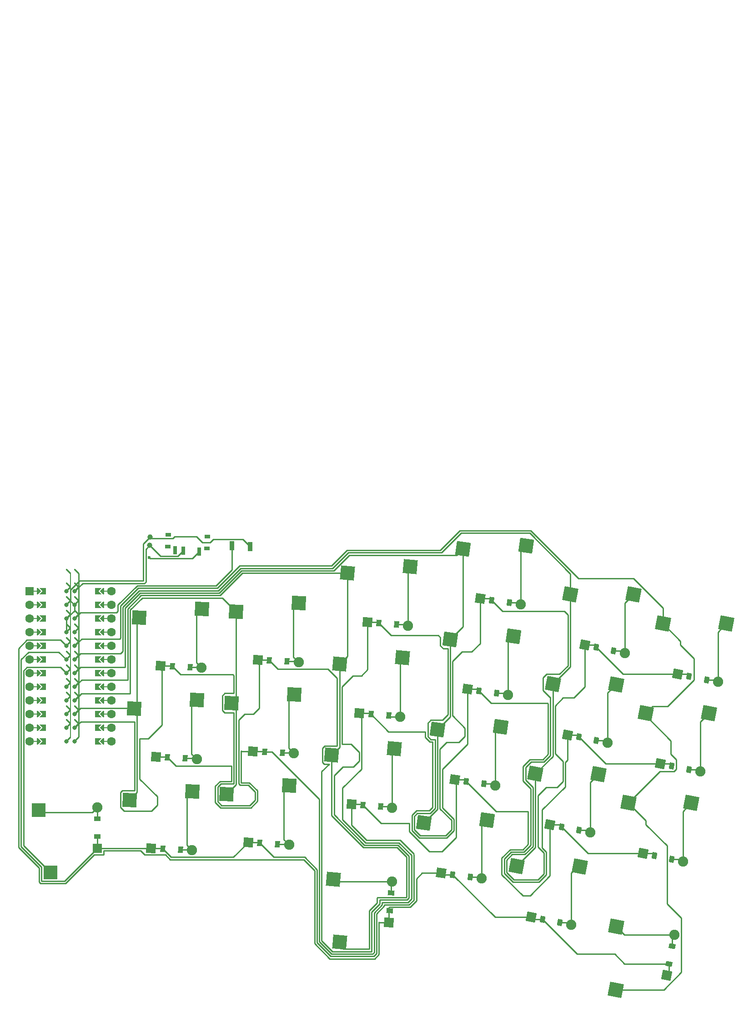
<source format=gbr>
%TF.GenerationSoftware,KiCad,Pcbnew,(6.0.9)*%
%TF.CreationDate,2022-11-07T09:36:57+01:00*%
%TF.ProjectId,itemun,6974656d-756e-42e6-9b69-6361645f7063,v1.0.0*%
%TF.SameCoordinates,Original*%
%TF.FileFunction,Copper,L1,Top*%
%TF.FilePolarity,Positive*%
%FSLAX46Y46*%
G04 Gerber Fmt 4.6, Leading zero omitted, Abs format (unit mm)*
G04 Created by KiCad (PCBNEW (6.0.9)) date 2022-11-07 09:36:57*
%MOMM*%
%LPD*%
G01*
G04 APERTURE LIST*
G04 Aperture macros list*
%AMRotRect*
0 Rectangle, with rotation*
0 The origin of the aperture is its center*
0 $1 length*
0 $2 width*
0 $3 Rotation angle, in degrees counterclockwise*
0 Add horizontal line*
21,1,$1,$2,0,0,$3*%
%AMFreePoly0*
4,1,6,0.600000,0.200000,0.000000,-0.400000,-0.600000,0.200000,-0.600000,0.400000,0.600000,0.400000,0.600000,0.200000,0.600000,0.200000,$1*%
%AMFreePoly1*
4,1,5,0.125000,-0.500000,-0.125000,-0.500000,-0.125000,0.500000,0.125000,0.500000,0.125000,-0.500000,0.125000,-0.500000,$1*%
%AMFreePoly2*
4,1,6,0.600000,-0.250000,-0.600000,-0.250000,-0.600000,1.000000,0.000000,0.400000,0.600000,1.000000,0.600000,-0.250000,0.600000,-0.250000,$1*%
%AMFreePoly3*
4,1,49,0.088388,4.152388,0.854389,3.386388,0.867708,3.368551,0.871189,3.365530,0.871982,3.362827,0.875852,3.357644,0.882333,3.327543,0.891000,3.298000,0.891000,0.766000,0.887805,0.743969,0.888131,0.739371,0.886780,0.736898,0.885852,0.730498,0.869154,0.704638,0.854389,0.677612,0.088388,-0.088388,0.064607,-0.106146,0.062500,-0.108253,0.061385,-0.108552,0.059644,-0.109852,
0.043810,-0.113261,0.000000,-0.125000,-0.004774,-0.123721,-0.009154,-0.124664,-0.028953,-0.117242,-0.062500,-0.108253,-0.068237,-0.102516,-0.075052,-0.099961,-0.087614,-0.083139,-0.108253,-0.062500,-0.111178,-0.051584,-0.117161,-0.043572,-0.118539,-0.024114,-0.125000,0.000000,-0.121239,0.014035,-0.122131,0.026629,-0.113759,0.041953,-0.108253,0.062500,-0.095642,0.075111,-0.088388,0.088388,
0.641000,0.817777,0.641000,3.246223,-0.088388,3.975612,-0.109852,4.004356,-0.124664,4.073154,-0.099961,4.139052,-0.043572,4.181161,0.026629,4.186131,0.088388,4.152388,0.088388,4.152388,$1*%
%AMFreePoly4*
4,1,49,0.088388,4.152388,0.850389,3.390388,0.863708,3.372551,0.867189,3.369530,0.867982,3.366827,0.871852,3.361644,0.878333,3.331543,0.887000,3.302000,0.887000,0.762000,0.883805,0.739969,0.884131,0.735371,0.882780,0.732898,0.881852,0.726498,0.865154,0.700638,0.850389,0.673612,0.088388,-0.088388,0.064607,-0.106146,0.062500,-0.108253,0.061385,-0.108552,0.059644,-0.109852,
0.043810,-0.113261,0.000000,-0.125000,-0.004774,-0.123721,-0.009154,-0.124664,-0.028953,-0.117242,-0.062500,-0.108253,-0.068237,-0.102516,-0.075052,-0.099961,-0.087614,-0.083139,-0.108253,-0.062500,-0.111178,-0.051584,-0.117161,-0.043572,-0.118539,-0.024114,-0.125000,0.000000,-0.121239,0.014035,-0.122131,0.026629,-0.113759,0.041953,-0.108253,0.062500,-0.095642,0.075111,-0.088388,0.088388,
0.637000,0.813777,0.637000,3.250223,-0.088388,3.975612,-0.109852,4.004356,-0.124664,4.073154,-0.099961,4.139052,-0.043572,4.181161,0.026629,4.186131,0.088388,4.152388,0.088388,4.152388,$1*%
G04 Aperture macros list end*
%TA.AperFunction,SMDPad,CuDef*%
%ADD10RotRect,2.600000X2.600000X357.000000*%
%TD*%
%TA.AperFunction,ComponentPad*%
%ADD11C,1.000000*%
%TD*%
%TA.AperFunction,SMDPad,CuDef*%
%ADD12RotRect,2.600000X2.600000X349.000000*%
%TD*%
%TA.AperFunction,ComponentPad*%
%ADD13C,1.905000*%
%TD*%
%TA.AperFunction,SMDPad,CuDef*%
%ADD14RotRect,0.900000X1.200000X79.000000*%
%TD*%
%TA.AperFunction,ComponentPad*%
%ADD15RotRect,1.778000X1.778000X79.000000*%
%TD*%
%TA.AperFunction,SMDPad,CuDef*%
%ADD16R,2.600000X2.600000*%
%TD*%
%TA.AperFunction,SMDPad,CuDef*%
%ADD17RotRect,0.900000X1.200000X349.000000*%
%TD*%
%TA.AperFunction,ComponentPad*%
%ADD18RotRect,1.778000X1.778000X349.000000*%
%TD*%
%TA.AperFunction,SMDPad,CuDef*%
%ADD19RotRect,2.600000X2.600000X352.000000*%
%TD*%
%TA.AperFunction,SMDPad,CuDef*%
%ADD20RotRect,0.900000X1.200000X357.000000*%
%TD*%
%TA.AperFunction,ComponentPad*%
%ADD21RotRect,1.778000X1.778000X357.000000*%
%TD*%
%TA.AperFunction,SMDPad,CuDef*%
%ADD22RotRect,2.600000X2.600000X79.000000*%
%TD*%
%TA.AperFunction,SMDPad,CuDef*%
%ADD23R,1.000000X0.800000*%
%TD*%
%TA.AperFunction,SMDPad,CuDef*%
%ADD24R,0.700000X1.500000*%
%TD*%
%TA.AperFunction,SMDPad,CuDef*%
%ADD25R,0.900000X1.700000*%
%TD*%
%TA.AperFunction,SMDPad,CuDef*%
%ADD26RotRect,2.600000X2.600000X355.000000*%
%TD*%
%TA.AperFunction,SMDPad,CuDef*%
%ADD27RotRect,0.900000X1.200000X355.000000*%
%TD*%
%TA.AperFunction,ComponentPad*%
%ADD28RotRect,1.778000X1.778000X355.000000*%
%TD*%
%TA.AperFunction,SMDPad,CuDef*%
%ADD29RotRect,2.600000X2.600000X85.000000*%
%TD*%
%TA.AperFunction,SMDPad,CuDef*%
%ADD30RotRect,0.900000X1.200000X352.000000*%
%TD*%
%TA.AperFunction,ComponentPad*%
%ADD31RotRect,1.778000X1.778000X352.000000*%
%TD*%
%TA.AperFunction,SMDPad,CuDef*%
%ADD32RotRect,0.900000X1.200000X85.000000*%
%TD*%
%TA.AperFunction,ComponentPad*%
%ADD33RotRect,1.778000X1.778000X85.000000*%
%TD*%
%TA.AperFunction,SMDPad,CuDef*%
%ADD34R,1.200000X0.900000*%
%TD*%
%TA.AperFunction,ComponentPad*%
%ADD35R,1.778000X1.778000*%
%TD*%
%TA.AperFunction,ComponentPad*%
%ADD36C,1.600000*%
%TD*%
%TA.AperFunction,SMDPad,CuDef*%
%ADD37FreePoly0,270.000000*%
%TD*%
%TA.AperFunction,SMDPad,CuDef*%
%ADD38FreePoly0,90.000000*%
%TD*%
%TA.AperFunction,SMDPad,CuDef*%
%ADD39FreePoly1,90.000000*%
%TD*%
%TA.AperFunction,ComponentPad*%
%ADD40R,1.600000X1.600000*%
%TD*%
%TA.AperFunction,SMDPad,CuDef*%
%ADD41FreePoly1,270.000000*%
%TD*%
%TA.AperFunction,SMDPad,CuDef*%
%ADD42FreePoly2,270.000000*%
%TD*%
%TA.AperFunction,SMDPad,CuDef*%
%ADD43FreePoly3,270.000000*%
%TD*%
%TA.AperFunction,ComponentPad*%
%ADD44C,0.800000*%
%TD*%
%TA.AperFunction,SMDPad,CuDef*%
%ADD45FreePoly4,90.000000*%
%TD*%
%TA.AperFunction,SMDPad,CuDef*%
%ADD46FreePoly2,90.000000*%
%TD*%
%TA.AperFunction,ComponentPad*%
%ADD47C,0.600000*%
%TD*%
%TA.AperFunction,Conductor*%
%ADD48C,0.250000*%
%TD*%
G04 APERTURE END LIST*
D10*
%TO.P,S3,1*%
%TO.N,outer_home*%
X41481760Y25318826D03*
%TO.P,S3,2*%
%TO.N,P14*%
X29832449Y23726322D03*
%TD*%
D11*
%TO.P,,1*%
%TO.N,RAW*%
X32701949Y54117795D03*
%TO.P,,2*%
%TO.N,GND*%
X32780453Y55615739D03*
%TD*%
D12*
%TO.P,S22,1*%
%TO.N,shift_first*%
X112751933Y-5634440D03*
%TO.P,S22,2*%
%TO.N,P20*%
X100994359Y-5590176D03*
%TD*%
D10*
%TO.P,S4,1*%
%TO.N,outer_top*%
X42371471Y42295529D03*
%TO.P,S4,2*%
%TO.N,P14*%
X30722160Y40703025D03*
%TD*%
D13*
%TO.P,D23,1*%
%TO.N,e_first*%
X130370534Y-18370220D03*
D14*
%TO.N,P2*%
X129328717Y-23729905D03*
D15*
%TO.P,D23,2*%
X128916570Y-25850220D03*
D14*
%TO.N,e_first*%
X129958387Y-20490535D03*
%TD*%
D16*
%TO.P,S1,1*%
%TO.N,outouter_bottom*%
X11981505Y4843803D03*
%TO.P,S1,2*%
%TO.N,P4*%
X14181505Y-6706197D03*
%TD*%
D10*
%TO.P,S5,1*%
%TO.N,pinkie_bottom*%
X58672052Y9397336D03*
%TO.P,S5,2*%
%TO.N,P15*%
X47022741Y7804832D03*
%TD*%
D13*
%TO.P,D16,1*%
%TO.N,index_top*%
X121186939Y34097063D03*
D17*
%TO.N,P16*%
X115827254Y35138880D03*
D18*
%TO.P,D16,2*%
X113706939Y35551027D03*
D17*
%TO.N,index_top*%
X119066624Y34509210D03*
%TD*%
D19*
%TO.P,S21,1*%
%TO.N,alt_first*%
X95483212Y3032805D03*
%TO.P,S21,2*%
%TO.N,P19*%
X83739435Y2461665D03*
%TD*%
D12*
%TO.P,S18,1*%
%TO.N,inner_home*%
X136795046Y22862484D03*
%TO.P,S18,2*%
%TO.N,P21*%
X125037472Y22906748D03*
%TD*%
D20*
%TO.P,D5,1*%
%TO.N,P3*%
X53180722Y-1279903D03*
D13*
%TO.N,pinkie_bottom*%
X58633240Y-1565657D03*
D20*
%TO.P,D5,2*%
X56476200Y-1452611D03*
D21*
%TO.N,P3*%
X51023682Y-1166857D03*
%TD*%
D22*
%TO.P,S23,1*%
%TO.N,e_first*%
X119519635Y-16806032D03*
%TO.P,S23,2*%
%TO.N,P21*%
X119475371Y-28563606D03*
%TD*%
D23*
%TO.P,,*%
%TO.N,*%
X43451445Y55737429D03*
X36045787Y53912510D03*
X43335783Y53530458D03*
X36161450Y56119481D03*
D24*
%TO.P,,1*%
%TO.N,pos*%
X41903683Y52954619D03*
%TO.P,,2*%
%TO.N,RAW*%
X38907794Y53111627D03*
%TO.P,,3*%
%TO.N,N/C*%
X37409850Y53190131D03*
%TD*%
D25*
%TO.P,,1*%
%TO.N,RST*%
X48020233Y54066027D03*
%TO.P,,2*%
%TO.N,GND*%
X51415573Y53888085D03*
%TD*%
D13*
%TO.P,D2,1*%
%TO.N,outer_bottom*%
X40553237Y-2620868D03*
D20*
%TO.N,P3*%
X35100719Y-2335114D03*
%TO.P,D2,2*%
%TO.N,outer_bottom*%
X38396197Y-2507822D03*
D21*
%TO.N,P3*%
X32943679Y-2222068D03*
%TD*%
D19*
%TO.P,S12,1*%
%TO.N,middle_home*%
X100370575Y37213614D03*
%TO.P,S12,2*%
%TO.N,P19*%
X88626798Y36642474D03*
%TD*%
D12*
%TO.P,S15,1*%
%TO.N,index_home*%
X119507374Y28260300D03*
%TO.P,S15,2*%
%TO.N,P20*%
X107749800Y28304564D03*
%TD*%
D20*
%TO.P,D3,1*%
%TO.N,P10*%
X35990430Y14641588D03*
D13*
%TO.N,outer_home*%
X41442948Y14355834D03*
D20*
%TO.P,D3,2*%
X39285908Y14468880D03*
D21*
%TO.N,P10*%
X33833390Y14754634D03*
%TD*%
D26*
%TO.P,S10,1*%
%TO.N,ring_top*%
X81227199Y50134087D03*
%TO.P,S10,2*%
%TO.N,P18*%
X69529408Y48949108D03*
%TD*%
D20*
%TO.P,D7,1*%
%TO.N,P16*%
X54960145Y32673502D03*
D13*
%TO.N,pinkie_top*%
X60412663Y32387748D03*
D21*
%TO.P,D7,2*%
%TO.N,P16*%
X52803105Y32786548D03*
D20*
%TO.N,pinkie_top*%
X58255623Y32500794D03*
%TD*%
D13*
%TO.P,D9,1*%
%TO.N,ring_home*%
X79324161Y22243818D03*
D27*
%TO.N,P10*%
X73884938Y22719688D03*
%TO.P,D9,2*%
%TO.N,ring_home*%
X77172380Y22432074D03*
D28*
%TO.N,P10*%
X71733157Y22907944D03*
%TD*%
D12*
%TO.P,S16,1*%
%TO.N,index_top*%
X122751127Y44947962D03*
%TO.P,S16,2*%
%TO.N,P20*%
X110993553Y44992226D03*
%TD*%
D10*
%TO.P,S6,1*%
%TO.N,pinkie_home*%
X59561764Y26374038D03*
%TO.P,S6,2*%
%TO.N,P15*%
X47912453Y24781534D03*
%TD*%
%TO.P,S7,1*%
%TO.N,pinkie_top*%
X60451475Y43350740D03*
%TO.P,S7,2*%
%TO.N,P15*%
X48802164Y41758236D03*
%TD*%
D20*
%TO.P,D4,1*%
%TO.N,P16*%
X36880141Y31618290D03*
D13*
%TO.N,outer_top*%
X42332659Y31332536D03*
D20*
%TO.P,D4,2*%
X40175619Y31445582D03*
D21*
%TO.N,P16*%
X34723101Y31731336D03*
%TD*%
D29*
%TO.P,S20,1*%
%TO.N,ctrl_first*%
X66879863Y-8011723D03*
%TO.P,S20,2*%
%TO.N,P18*%
X68064842Y-19709514D03*
%TD*%
D13*
%TO.P,D18,1*%
%TO.N,inner_home*%
X135230858Y12011584D03*
D17*
%TO.N,P10*%
X129871173Y13053401D03*
%TO.P,D18,2*%
%TO.N,inner_home*%
X133110543Y12423731D03*
D18*
%TO.N,P10*%
X127750858Y13465548D03*
%TD*%
D12*
%TO.P,S17,1*%
%TO.N,inner_bottom*%
X133551293Y6174822D03*
%TO.P,S17,2*%
%TO.N,P21*%
X121793719Y6219086D03*
%TD*%
D30*
%TO.P,D21,1*%
%TO.N,P2*%
X89082196Y-7125202D03*
D13*
%TO.N,alt_first*%
X94489059Y-7885088D03*
D31*
%TO.P,D21,2*%
%TO.N,P2*%
X86943217Y-6824588D03*
D30*
%TO.N,alt_first*%
X92350080Y-7584474D03*
%TD*%
D27*
%TO.P,D8,1*%
%TO.N,P3*%
X72403290Y5784378D03*
D13*
%TO.N,ring_bottom*%
X77842513Y5308508D03*
D27*
%TO.P,D8,2*%
X75690732Y5496764D03*
D28*
%TO.N,P3*%
X70251509Y5972634D03*
%TD*%
D13*
%TO.P,D13,1*%
%TO.N,middle_top*%
X101742365Y43130277D03*
D30*
%TO.N,P16*%
X96335502Y43890163D03*
D31*
%TO.P,D13,2*%
X94196523Y44190777D03*
D30*
%TO.N,middle_top*%
X99603386Y43430891D03*
%TD*%
D13*
%TO.P,D22,1*%
%TO.N,shift_first*%
X111187745Y-16485340D03*
D17*
%TO.N,P2*%
X105828060Y-15443523D03*
D18*
%TO.P,D22,2*%
X103707745Y-15031376D03*
D17*
%TO.N,shift_first*%
X109067430Y-16073193D03*
%TD*%
D13*
%TO.P,D11,1*%
%TO.N,middle_bottom*%
X97010479Y9461163D03*
D30*
%TO.N,P3*%
X91603616Y10221049D03*
%TO.P,D11,2*%
%TO.N,middle_bottom*%
X94871500Y9761777D03*
D31*
%TO.N,P3*%
X89464637Y10521663D03*
%TD*%
D13*
%TO.P,D19,1*%
%TO.N,inner_top*%
X138474611Y28699246D03*
D17*
%TO.N,P16*%
X133114926Y29741063D03*
%TO.P,D19,2*%
%TO.N,inner_top*%
X136354296Y29111393D03*
D18*
%TO.N,P16*%
X130994611Y30153210D03*
%TD*%
D32*
%TO.P,D20,1*%
%TO.N,P2*%
X77358952Y-13872336D03*
D13*
%TO.N,ctrl_first*%
X77834822Y-8433113D03*
D32*
%TO.P,D20,2*%
X77646566Y-10584894D03*
D33*
%TO.N,P2*%
X77170696Y-16024117D03*
%TD*%
D12*
%TO.P,S19,1*%
%TO.N,inner_top*%
X140038799Y39550146D03*
%TO.P,S19,2*%
%TO.N,P21*%
X128281225Y39594410D03*
%TD*%
D13*
%TO.P,D12,1*%
%TO.N,middle_home*%
X99376422Y26295720D03*
D30*
%TO.N,P10*%
X93969559Y27055606D03*
D31*
%TO.P,D12,2*%
X91830580Y27356220D03*
D30*
%TO.N,middle_home*%
X97237443Y26596334D03*
%TD*%
D13*
%TO.P,D1,1*%
%TO.N,outouter_bottom*%
X22931505Y5378803D03*
D34*
%TO.N,P3*%
X22931505Y-81197D03*
D35*
%TO.P,D1,2*%
X22931505Y-2241197D03*
D34*
%TO.N,outouter_bottom*%
X22931505Y3218803D03*
%TD*%
D19*
%TO.P,S11,1*%
%TO.N,middle_bottom*%
X98004632Y20379056D03*
%TO.P,S11,2*%
%TO.N,P19*%
X86260855Y19807916D03*
%TD*%
D17*
%TO.P,D15,1*%
%TO.N,P10*%
X112583501Y18451217D03*
D13*
%TO.N,index_home*%
X117943186Y17409400D03*
D18*
%TO.P,D15,2*%
%TO.N,P10*%
X110463186Y18863364D03*
D17*
%TO.N,index_home*%
X115822871Y17821547D03*
%TD*%
D12*
%TO.P,S14,1*%
%TO.N,index_bottom*%
X116263622Y11572638D03*
%TO.P,S14,2*%
%TO.N,P20*%
X104506048Y11616902D03*
%TD*%
D26*
%TO.P,S9,1*%
%TO.N,ring_home*%
X79745552Y33198777D03*
%TO.P,S9,2*%
%TO.N,P18*%
X68047761Y32013798D03*
%TD*%
D20*
%TO.P,D6,1*%
%TO.N,P10*%
X54070434Y15696800D03*
D13*
%TO.N,pinkie_home*%
X59522952Y15411046D03*
D21*
%TO.P,D6,2*%
%TO.N,P10*%
X51913394Y15809846D03*
D20*
%TO.N,pinkie_home*%
X57365912Y15524092D03*
%TD*%
D26*
%TO.P,S8,1*%
%TO.N,ring_bottom*%
X78263904Y16263467D03*
%TO.P,S8,2*%
%TO.N,P18*%
X66566113Y15078488D03*
%TD*%
D36*
%TO.P,MCU1,*%
%TO.N,*%
X25551505Y17598803D03*
D37*
X23773505Y35378803D03*
D38*
X12089505Y22678803D03*
X12089505Y20138803D03*
X12089505Y35378803D03*
D37*
X23773505Y32838803D03*
D38*
X12089505Y30298803D03*
D36*
X25551505Y45538803D03*
X10311505Y27758803D03*
D39*
X11581505Y45538803D03*
D36*
X25551505Y27758803D03*
D39*
X11581505Y25218803D03*
X11581505Y40458803D03*
D37*
X23773505Y20138803D03*
D36*
X25551505Y37918803D03*
D37*
X23773505Y40458803D03*
X23773505Y42998803D03*
D40*
X10311505Y45538803D03*
D36*
X25551505Y40458803D03*
D37*
X23773505Y37918803D03*
D36*
X10311505Y25218803D03*
D41*
X24281505Y32838803D03*
D36*
X25551505Y22678803D03*
X25551505Y42998803D03*
D41*
X24281505Y37918803D03*
X24281505Y42998803D03*
D37*
X23773505Y45538803D03*
D39*
X11581505Y17598803D03*
D38*
X12089505Y45538803D03*
D41*
X24281505Y35378803D03*
D39*
X11581505Y20138803D03*
D37*
X23773505Y25218803D03*
D39*
X11581505Y27758803D03*
D36*
X10311505Y45538803D03*
D41*
X24281505Y17598803D03*
X24281505Y45538803D03*
X24281505Y27758803D03*
D39*
X11581505Y35378803D03*
D38*
X12089505Y42998803D03*
D36*
X10311505Y17598803D03*
X25551505Y35378803D03*
D37*
X23773505Y22678803D03*
D41*
X24281505Y22678803D03*
D36*
X10311505Y35378803D03*
X10311505Y20138803D03*
X25551505Y30298803D03*
X25551505Y25218803D03*
D39*
X11581505Y42998803D03*
X11581505Y30298803D03*
D37*
X23773505Y17598803D03*
D36*
X10311505Y42998803D03*
X10311505Y40458803D03*
D41*
X24281505Y20138803D03*
D36*
X25551505Y20138803D03*
D41*
X24281505Y40458803D03*
D37*
X23773505Y30298803D03*
D38*
X12089505Y17598803D03*
D41*
X24281505Y25218803D03*
D38*
X12089505Y40458803D03*
X12089505Y27758803D03*
D36*
X25551505Y32838803D03*
D39*
X11581505Y32838803D03*
D36*
X10311505Y37918803D03*
X10311505Y30298803D03*
X10311505Y22678803D03*
D41*
X24281505Y30298803D03*
D38*
X12089505Y37918803D03*
D39*
X11581505Y37918803D03*
D38*
X12089505Y25218803D03*
D37*
X23773505Y27758803D03*
D36*
X10311505Y32838803D03*
D39*
X11581505Y22678803D03*
D38*
X12089505Y32838803D03*
D42*
%TO.P,MCU1,1*%
%TO.N,RAW*%
X22757505Y45538803D03*
D43*
X18693505Y45538803D03*
D44*
X18693505Y45538803D03*
%TO.P,MCU1,2*%
%TO.N,GND*%
X18693505Y42998803D03*
D42*
X22757505Y42998803D03*
D43*
X18693505Y42998803D03*
D42*
%TO.P,MCU1,3*%
%TO.N,RST*%
X22757505Y40458803D03*
D44*
X18693505Y40458803D03*
D43*
X18693505Y40458803D03*
D44*
%TO.P,MCU1,4*%
%TO.N,VCC*%
X18693505Y37918803D03*
D43*
X18693505Y37918803D03*
D42*
X22757505Y37918803D03*
D44*
%TO.P,MCU1,5*%
%TO.N,P21*%
X18693505Y35378803D03*
D43*
X18693505Y35378803D03*
D42*
X22757505Y35378803D03*
D44*
%TO.P,MCU1,6*%
%TO.N,P20*%
X18693505Y32838803D03*
D42*
X22757505Y32838803D03*
D43*
X18693505Y32838803D03*
D42*
%TO.P,MCU1,7*%
%TO.N,P19*%
X22757505Y30298803D03*
D44*
X18693505Y30298803D03*
D43*
X18693505Y30298803D03*
D44*
%TO.P,MCU1,8*%
%TO.N,P18*%
X18693505Y27758803D03*
D43*
X18693505Y27758803D03*
D42*
X22757505Y27758803D03*
D44*
%TO.P,MCU1,9*%
%TO.N,P15*%
X18693505Y25218803D03*
D43*
X18693505Y25218803D03*
D42*
X22757505Y25218803D03*
D44*
%TO.P,MCU1,10*%
%TO.N,P14*%
X18693505Y22678803D03*
D43*
X18693505Y22678803D03*
D42*
X22757505Y22678803D03*
D44*
%TO.P,MCU1,11*%
%TO.N,P16*%
X18693505Y20138803D03*
D43*
X18693505Y20138803D03*
D42*
X22757505Y20138803D03*
D44*
%TO.P,MCU1,12*%
%TO.N,P10*%
X18693505Y17598803D03*
D43*
X18693505Y17598803D03*
D42*
X22757505Y17598803D03*
D45*
%TO.P,MCU1,13*%
%TO.N,P9*%
X17169505Y17598803D03*
D46*
X13105505Y17598803D03*
D44*
X17169505Y17598803D03*
D46*
%TO.P,MCU1,14*%
%TO.N,P8*%
X13105505Y20138803D03*
D44*
X17169505Y20138803D03*
D45*
X17169505Y20138803D03*
%TO.P,MCU1,15*%
%TO.N,P7*%
X17169505Y22678803D03*
D44*
X17169505Y22678803D03*
D46*
X13105505Y22678803D03*
%TO.P,MCU1,16*%
%TO.N,P6*%
X13105505Y25218803D03*
D44*
X17169505Y25218803D03*
D45*
X17169505Y25218803D03*
D44*
%TO.P,MCU1,17*%
%TO.N,P5*%
X17169505Y27758803D03*
D45*
X17169505Y27758803D03*
D46*
X13105505Y27758803D03*
D44*
%TO.P,MCU1,18*%
%TO.N,P4*%
X17169505Y30298803D03*
D46*
X13105505Y30298803D03*
D45*
X17169505Y30298803D03*
D46*
%TO.P,MCU1,19*%
%TO.N,P3*%
X13105505Y32838803D03*
D45*
X17169505Y32838803D03*
D44*
X17169505Y32838803D03*
D45*
%TO.P,MCU1,20*%
%TO.N,P2*%
X17169505Y35378803D03*
D46*
X13105505Y35378803D03*
D44*
X17169505Y35378803D03*
D46*
%TO.P,MCU1,21*%
%TO.N,GND*%
X13105505Y37918803D03*
D45*
X17169505Y37918803D03*
D44*
X17169505Y37918803D03*
%TO.P,MCU1,22*%
X17169505Y40458803D03*
D45*
X17169505Y40458803D03*
D46*
X13105505Y40458803D03*
%TO.P,MCU1,23*%
%TO.N,P0*%
X13105505Y42998803D03*
D44*
X17169505Y42998803D03*
D45*
X17169505Y42998803D03*
D46*
%TO.P,MCU1,24*%
%TO.N,P1*%
X13105505Y45538803D03*
D44*
X17169505Y45538803D03*
D45*
X17169505Y45538803D03*
%TD*%
D19*
%TO.P,S13,1*%
%TO.N,middle_top*%
X102736517Y54048171D03*
%TO.P,S13,2*%
%TO.N,P19*%
X90992740Y53477031D03*
%TD*%
D13*
%TO.P,D14,1*%
%TO.N,index_bottom*%
X114699434Y721738D03*
D17*
%TO.N,P3*%
X109339749Y1763555D03*
%TO.P,D14,2*%
%TO.N,index_bottom*%
X112579119Y1133885D03*
D18*
%TO.N,P3*%
X107219434Y2175702D03*
%TD*%
D10*
%TO.P,S2,1*%
%TO.N,outer_bottom*%
X40592049Y8342124D03*
%TO.P,S2,2*%
%TO.N,P14*%
X28942738Y6749620D03*
%TD*%
D27*
%TO.P,D10,1*%
%TO.N,P16*%
X75366586Y39654998D03*
D13*
%TO.N,ring_top*%
X80805809Y39179128D03*
D28*
%TO.P,D10,2*%
%TO.N,P16*%
X73214805Y39843254D03*
D27*
%TO.N,ring_top*%
X78654028Y39367384D03*
%TD*%
D13*
%TO.P,D17,1*%
%TO.N,inner_bottom*%
X131987105Y-4676078D03*
D17*
%TO.N,P3*%
X126627420Y-3634261D03*
D18*
%TO.P,D17,2*%
X124507105Y-3222114D03*
D17*
%TO.N,inner_bottom*%
X129866790Y-4263931D03*
%TD*%
D47*
%TO.P,REF\u002A\u002A,1*%
%TO.N,pos*%
X32584193Y51870878D03*
%TD*%
D48*
%TO.N,outer_top*%
X41380159Y41304217D02*
X42371471Y42295529D01*
X41380159Y32285036D02*
X41380159Y41304217D01*
X42332659Y31332536D02*
X41380159Y32285036D01*
X42219613Y31445582D02*
X42332659Y31332536D01*
X40175619Y31445582D02*
X42219613Y31445582D01*
X40288665Y31332536D02*
X40175619Y31445582D01*
%TO.N,outouter_bottom*%
X22931505Y5378803D02*
X21979005Y4426303D01*
X21979005Y4426303D02*
X12399005Y4426303D01*
X12399005Y4426303D02*
X11981505Y4843803D01*
X22931505Y3218803D02*
X22931505Y5378803D01*
%TO.N,P4*%
X14181505Y-6706197D02*
X9186505Y-1711197D01*
X9845514Y31423803D02*
X16044505Y31423803D01*
X9186505Y30764794D02*
X9845514Y31423803D01*
X9186505Y-1711197D02*
X9186505Y30764794D01*
X16044505Y31423803D02*
X17169505Y30298803D01*
%TO.N,P3*%
X10120911Y34239200D02*
X15769108Y34239200D01*
X97201865Y4622800D02*
X103098600Y4622800D01*
X8736505Y-1897593D02*
X8736505Y32854794D01*
X103156048Y-1519299D02*
X102182077Y-2493270D01*
X73050788Y-758200D02*
X70251509Y2041079D01*
X103098600Y4622800D02*
X103156048Y4565352D01*
X36663973Y-3898368D02*
X48292171Y-3898368D01*
X32943679Y-2222068D02*
X34987673Y-2222068D01*
X126215273Y-3222114D02*
X126627420Y-3634261D01*
X70251509Y2041079D02*
X70251509Y5972634D01*
X107219434Y-7317865D02*
X107219434Y2175702D01*
X81857000Y-11500396D02*
X81857000Y-11873188D01*
X16841505Y-8331197D02*
X12556505Y-8331197D01*
X70251509Y5972634D02*
X72215034Y5972634D01*
X87128253Y-2863947D02*
X84757937Y-2863947D01*
X99806623Y-2493270D02*
X98245192Y-4054701D01*
X79296396Y-758200D02*
X73050788Y-758200D01*
X81857000Y-11873188D02*
X80969713Y-12760475D01*
X81046161Y847829D02*
X81046161Y2387600D01*
X35100719Y-2335114D02*
X36663973Y-3898368D01*
X12556505Y-8331197D02*
X12556505Y-5717593D01*
X22931505Y-81197D02*
X22931505Y-2241197D01*
X76403200Y-12954893D02*
X74910330Y-14447763D01*
X91603616Y10221049D02*
X97201865Y4622800D01*
X89464637Y10521663D02*
X89757564Y10228736D01*
X81046161Y2387600D02*
X75800068Y2387600D01*
X15769108Y34239200D02*
X17169505Y32838803D01*
X48292171Y-3898368D02*
X51023682Y-1166857D01*
X74381192Y-22344800D02*
X66377610Y-22344800D01*
X63819427Y-6197600D02*
X61520195Y-3898368D01*
X114325418Y-3222114D02*
X124507105Y-3222114D01*
X53067676Y-1166857D02*
X53180722Y-1279903D01*
X103156048Y4565352D02*
X103156048Y-1519299D01*
X89757564Y10228736D02*
X89757564Y-234636D01*
X107219434Y2175702D02*
X108927602Y2175702D01*
X84757937Y-2863947D02*
X81046161Y847829D01*
X75800068Y2387600D02*
X72403290Y5784378D01*
X34987673Y-2222068D02*
X35100719Y-2335114D01*
X102146215Y-11026674D02*
X103510625Y-11026674D01*
X81882400Y-3454400D02*
X81882400Y-11474996D01*
X12556505Y-5717593D02*
X8736505Y-1897593D01*
X80969713Y-12760475D02*
X76403200Y-12760475D01*
X32924550Y-2241197D02*
X32943679Y-2222068D01*
X63819427Y-19786617D02*
X63819427Y-6197600D01*
X103510625Y-11026674D02*
X107219434Y-7317865D01*
X124507105Y-3222114D02*
X126215273Y-3222114D01*
X66377610Y-22344800D02*
X63819427Y-19786617D01*
X51023682Y-1166857D02*
X53067676Y-1166857D01*
X74910330Y-21815662D02*
X74381192Y-22344800D01*
X22931505Y-2241197D02*
X32924550Y-2241197D01*
X22931505Y-2241197D02*
X16841505Y-8331197D01*
X102182077Y-2493270D02*
X99806623Y-2493270D01*
X55799187Y-3898368D02*
X53180722Y-1279903D01*
X109339749Y1763555D02*
X114325418Y-3222114D01*
X8736505Y32854794D02*
X10120911Y34239200D01*
X76403200Y-12760475D02*
X76403200Y-12954893D01*
X74910330Y-14447763D02*
X74910330Y-21815662D01*
X98245192Y-4054701D02*
X98245192Y-7125651D01*
X81842600Y-3304404D02*
X79296396Y-758200D01*
X98245192Y-7125651D02*
X102146215Y-11026674D01*
X72215034Y5972634D02*
X72403290Y5784378D01*
X89757564Y-234636D02*
X87128253Y-2863947D01*
X61520195Y-3898368D02*
X55799187Y-3898368D01*
X89464637Y10521663D02*
X91303002Y10521663D01*
X91303002Y10521663D02*
X91603616Y10221049D01*
X108927602Y2175702D02*
X109339749Y1763555D01*
X81882400Y-11474996D02*
X81857000Y-11500396D01*
%TO.N,outer_bottom*%
X40440191Y-2507822D02*
X40553237Y-2620868D01*
X39600737Y-1668368D02*
X39600737Y7350812D01*
X39600737Y7350812D02*
X40592049Y8342124D01*
X40553237Y-2620868D02*
X39600737Y-1668368D01*
X38396197Y-2507822D02*
X40440191Y-2507822D01*
%TO.N,P14*%
X30722160Y40703025D02*
X30338249Y40319114D01*
X19818505Y23803803D02*
X18693505Y22678803D01*
X30338249Y40319114D02*
X30338249Y8145131D01*
X29754968Y23803803D02*
X19818505Y23803803D01*
X29832449Y23726322D02*
X29754968Y23803803D01*
X30338249Y8145131D02*
X28942738Y6749620D01*
%TO.N,outer_home*%
X41442948Y14355834D02*
X40490448Y15308334D01*
X39285908Y14468880D02*
X41329902Y14468880D01*
X40490448Y15308334D02*
X40490448Y24327514D01*
X41329902Y14468880D02*
X41442948Y14355834D01*
X40490448Y24327514D02*
X41481760Y25318826D01*
%TO.N,P10*%
X117569170Y13465548D02*
X127750858Y13465548D01*
X51519796Y5290400D02*
X52748600Y6519204D01*
X72864392Y-1208200D02*
X68605400Y3050792D01*
X81407000Y-3632200D02*
X81432400Y-3606800D01*
X79110000Y-1208200D02*
X72864392Y-1208200D01*
X106849800Y15233446D02*
X105871279Y14254925D01*
X84844259Y17551400D02*
X85344000Y17551400D01*
X84017581Y18378078D02*
X84844259Y17551400D01*
X49702164Y15875000D02*
X49767318Y15809846D01*
X64269427Y6856019D02*
X64269427Y-19600221D01*
X37553684Y13078334D02*
X47856266Y13078334D01*
X89307564Y3145087D02*
X87160855Y5291796D01*
X106534189Y-2948345D02*
X105742522Y-2156678D01*
X35990430Y14641588D02*
X37553684Y13078334D01*
X73696682Y22907944D02*
X73884938Y22719688D01*
X102206881Y10255171D02*
X103606048Y8856004D01*
X85344000Y17551400D02*
X85360855Y17534545D01*
X105742522Y4900612D02*
X110045878Y9203968D01*
X81496161Y1034225D02*
X82849514Y-319128D01*
X110463186Y18863364D02*
X112171354Y18863364D01*
X53957388Y15809846D02*
X54070434Y15696800D01*
X112171354Y18863364D02*
X112583501Y18451217D01*
X74460330Y-14261367D02*
X75946000Y-12775697D01*
X72153652Y12517148D02*
X72153652Y22487449D01*
X68605400Y3050792D02*
X68605400Y8968896D01*
X77148226Y19456400D02*
X84017581Y19456400D01*
X93969559Y27055606D02*
X96285565Y24739600D01*
X85360855Y17534545D02*
X85360855Y5377651D01*
X89307564Y1042826D02*
X89307564Y3145087D01*
X98695192Y-4241097D02*
X98695192Y-6939255D01*
X72153652Y22487449D02*
X71733157Y22907944D01*
X51256299Y9958433D02*
X49702998Y9958433D01*
X103606048Y8856004D02*
X103606048Y-1705695D01*
X99993019Y-2943270D02*
X98695192Y-4241097D01*
X105742522Y-2156678D02*
X105742522Y4900612D01*
X103495825Y14254925D02*
X102206881Y12965981D01*
X96285565Y24739600D02*
X106781600Y24739600D01*
X75946000Y-12310475D02*
X80783317Y-12310475D01*
X49702164Y9959267D02*
X49702164Y15875000D01*
X84721002Y4737798D02*
X82344854Y4737798D01*
X100296013Y-8540076D02*
X105172235Y-8540076D01*
X81496161Y3889105D02*
X81496161Y1034225D01*
X74194796Y-21894800D02*
X74460330Y-21629266D01*
X87160855Y5291796D02*
X87160855Y12471400D01*
X49767318Y15809846D02*
X51913394Y15809846D01*
X110045878Y13741400D02*
X110463186Y14158708D01*
X82849514Y-319128D02*
X87945610Y-319128D01*
X91830580Y27356220D02*
X93668945Y27356220D01*
X47856266Y13078334D02*
X47902164Y13032436D01*
X33833390Y14754634D02*
X35877384Y14754634D01*
X49702998Y9958433D02*
X49702164Y9959267D01*
X82344854Y4737798D02*
X81496161Y3889105D01*
X52748600Y6519204D02*
X52748600Y8466133D01*
X93668945Y27356220D02*
X93969559Y27055606D01*
X47902164Y10229000D02*
X45754455Y10229000D01*
X73884938Y22719688D02*
X77148226Y19456400D01*
X87945610Y-319128D02*
X89307564Y1042826D01*
X45754455Y10229000D02*
X44881486Y9356031D01*
X105871279Y14254925D02*
X103495825Y14254925D01*
X105172235Y-8540076D02*
X106534189Y-7178122D01*
X127750858Y13465548D02*
X129459026Y13465548D01*
X64269427Y-19600221D02*
X66564006Y-21894800D01*
X52748600Y8466133D02*
X51256299Y9958433D01*
X102206881Y12965981D02*
X102206881Y10255171D01*
X129459026Y13465548D02*
X129871173Y13053401D01*
X66564006Y-21894800D02*
X74194796Y-21894800D01*
X84017581Y19456400D02*
X84017581Y18378078D01*
X103606048Y-1705695D02*
X102368473Y-2943270D01*
X110045878Y9203968D02*
X110045878Y13741400D01*
X44881486Y9356031D02*
X44881486Y6253633D01*
X55428646Y15696800D02*
X64269427Y6856019D01*
X106849800Y24671400D02*
X106849800Y15233446D01*
X81407000Y-11686792D02*
X81407000Y-3632200D01*
X102368473Y-2943270D02*
X99993019Y-2943270D01*
X85360855Y5377651D02*
X84721002Y4737798D01*
X74460330Y-21629266D02*
X74460330Y-14261367D01*
X98695192Y-6939255D02*
X100296013Y-8540076D01*
X71733157Y22907944D02*
X73696682Y22907944D01*
X106534189Y-7178122D02*
X106534189Y-2948345D01*
X75946000Y-12775697D02*
X75946000Y-12310475D01*
X106781600Y24739600D02*
X106849800Y24671400D01*
X45844719Y5290400D02*
X51519796Y5290400D01*
X47902164Y13032436D02*
X47902164Y10229000D01*
X68605400Y8968896D02*
X72153652Y12517148D01*
X81432400Y-3606800D02*
X81432400Y-3530600D01*
X35877384Y14754634D02*
X35990430Y14641588D01*
X44881486Y6253633D02*
X45844719Y5290400D01*
X110463186Y14158708D02*
X110463186Y18863364D01*
X54070434Y15696800D02*
X55428646Y15696800D01*
X80783317Y-12310475D02*
X81407000Y-11686792D01*
X87160855Y12471400D02*
X91830580Y17141125D01*
X81432400Y-3530600D02*
X79110000Y-1208200D01*
X91830580Y17141125D02*
X91830580Y27356220D01*
X112583501Y18451217D02*
X117569170Y13465548D01*
X51913394Y15809846D02*
X53957388Y15809846D01*
%TO.N,P16*%
X86710855Y16225855D02*
X86710855Y5105400D01*
X83035910Y130872D02*
X81946161Y1220621D01*
X106491540Y9117002D02*
X108497528Y9117002D01*
X48352164Y9779000D02*
X48352164Y22987000D01*
X34723101Y31731336D02*
X34977962Y31476475D01*
X78900996Y-1658200D02*
X80942600Y-3699804D01*
X34088251Y5801569D02*
X32989901Y4703219D01*
X108937527Y30128687D02*
X108912483Y30153731D01*
X80596921Y-11860475D02*
X75481600Y-11860475D01*
X113706939Y35551027D02*
X115415107Y35551027D01*
X32989901Y4703219D02*
X27933081Y4703219D01*
X46668661Y26593800D02*
X48352164Y26593800D01*
X87360754Y34874200D02*
X88176798Y34874200D01*
X109595878Y13920122D02*
X108199800Y15316200D01*
X104056048Y9093200D02*
X104056048Y-1892091D01*
X85019811Y21601190D02*
X87183990Y21601190D01*
X34977962Y31476475D02*
X34977962Y20673118D01*
X67597761Y16811844D02*
X67597761Y29414072D01*
X132702779Y30153210D02*
X133114926Y29741063D01*
X49252164Y9772871D02*
X49516602Y9508433D01*
X86817200Y35417754D02*
X87360754Y34874200D01*
X89076798Y32536398D02*
X89076798Y22360255D01*
X30788249Y10654873D02*
X34088251Y7354871D01*
X73214805Y39843254D02*
X75178330Y39843254D01*
X84467581Y18564474D02*
X84467581Y21048960D01*
X52298600Y6705600D02*
X51333400Y5740400D01*
X75481600Y-11860475D02*
X75481600Y-12603701D01*
X51069903Y9508433D02*
X52298600Y8279737D01*
X104956048Y-2006600D02*
X104956048Y7581510D01*
X106057675Y13804925D02*
X103682221Y13804925D01*
X50406314Y22735133D02*
X49252164Y21580983D01*
X84467581Y21048960D02*
X85019811Y21601190D01*
X107299800Y25857200D02*
X107299800Y15047050D01*
X72677996Y-1658200D02*
X78900996Y-1658200D01*
X52803105Y32786548D02*
X53057966Y32531687D01*
X87962123Y17477123D02*
X86710855Y16225855D01*
X68645652Y12918052D02*
X67016113Y11288513D01*
X73214805Y39843254D02*
X73214805Y30981217D01*
X92646577Y34311681D02*
X90852081Y34311681D01*
X100179415Y-3393270D02*
X99145192Y-4427493D01*
X19865302Y21310600D02*
X18693505Y20138803D01*
X85810855Y18008600D02*
X85023455Y18008600D01*
X110543553Y41208601D02*
X110543553Y31734713D01*
X105892600Y27137400D02*
X107172800Y25857200D01*
X65183675Y13411200D02*
X64832757Y13762118D01*
X67016113Y11288513D02*
X67016113Y4003683D01*
X106084189Y-6991726D02*
X106084189Y-3134741D01*
X68497761Y17170400D02*
X70148761Y17170400D01*
X107299800Y15047050D02*
X106057675Y13804925D01*
X64832757Y13762118D02*
X64832757Y16394858D01*
X109595878Y10215352D02*
X109595878Y13920122D01*
X89076798Y22360255D02*
X89147504Y22360255D01*
X81946161Y1220621D02*
X81946161Y3702709D01*
X80942600Y-3699804D02*
X80942600Y-11514796D01*
X70148761Y17170400D02*
X71703652Y15615509D01*
X74010330Y-21442870D02*
X66748472Y-21442870D01*
X49516602Y9508433D02*
X51069903Y9508433D01*
X90280634Y17477123D02*
X87962123Y17477123D01*
X102656881Y10441567D02*
X104005248Y9093200D01*
X115415107Y35551027D02*
X115827254Y35138880D01*
X34088251Y7354871D02*
X34088251Y5801569D01*
X104005248Y9093200D02*
X104056048Y9093200D01*
X27559000Y8458200D02*
X29888249Y8458200D01*
X75481600Y-12603701D02*
X74010330Y-14074971D01*
X96034888Y44190777D02*
X96335502Y43890163D01*
X102656881Y12779585D02*
X102656881Y10441567D01*
X94196523Y35861627D02*
X92646577Y34311681D01*
X80942600Y-11514796D02*
X80596921Y-11860475D01*
X110543553Y31734713D02*
X108937527Y30128687D01*
X46221198Y26146337D02*
X46668661Y26593800D01*
X67597761Y29414072D02*
X65901585Y31110248D01*
X98372888Y41852777D02*
X109899377Y41852777D01*
X27251483Y8150683D02*
X27559000Y8458200D01*
X88857564Y1229222D02*
X87759214Y130872D01*
X87759214Y130872D02*
X83035910Y130872D01*
X91378984Y18575473D02*
X90280634Y17477123D01*
X34977962Y20673118D02*
X32415044Y18110200D01*
X86710855Y5105400D02*
X88857564Y2958691D01*
X38443395Y30055036D02*
X36880141Y31618290D01*
X104956048Y7581510D02*
X106491540Y9117002D01*
X87183990Y21601190D02*
X88176798Y22593998D01*
X53057966Y23833483D02*
X51959616Y22735133D01*
X71703652Y14016402D02*
X70605302Y12918052D01*
X99145192Y-4427493D02*
X99145192Y-6752859D01*
X30788249Y18110200D02*
X30788249Y10654873D01*
X29888249Y21310600D02*
X19865302Y21310600D01*
X64719427Y12014514D02*
X66116113Y13411200D01*
X106587117Y30153731D02*
X105892600Y29459214D01*
X65249743Y16811844D02*
X67597761Y16811844D01*
X66116113Y13411200D02*
X65183675Y13411200D01*
X27251483Y5384817D02*
X27251483Y8150683D01*
X53057966Y32531687D02*
X53057966Y23833483D01*
X86817200Y36957000D02*
X86817200Y35417754D01*
X71703652Y15615509D02*
X71703652Y14016402D01*
X90852081Y34311681D02*
X89076798Y32536398D01*
X32415044Y18110200D02*
X30788249Y18110200D01*
X29888249Y8458200D02*
X29888249Y21310600D01*
X46221198Y23416731D02*
X46221198Y26146337D01*
X85810855Y5191255D02*
X85810855Y18008600D01*
X46650929Y22987000D02*
X46221198Y23416731D01*
X45331486Y9169635D02*
X45940851Y9779000D01*
X64719427Y-19413825D02*
X64719427Y12014514D01*
X99145192Y-6752859D02*
X100482409Y-8090076D01*
X82498391Y4254939D02*
X84874539Y4254939D01*
X96335502Y43890163D02*
X98372888Y41852777D01*
X72086950Y29853362D02*
X70533648Y29853362D01*
X52298600Y8279737D02*
X52298600Y6705600D01*
X91378984Y20128775D02*
X91378984Y18575473D01*
X64832757Y16394858D02*
X65249743Y16811844D01*
X106084189Y-3134741D02*
X104956048Y-2006600D01*
X49252164Y21580983D02*
X49252164Y9772871D01*
X109899377Y41852777D02*
X110543553Y41208601D01*
X108199800Y24269172D02*
X109673342Y25742714D01*
X115827254Y35138880D02*
X120812924Y30153210D01*
X108912483Y30153731D02*
X106587117Y30153731D01*
X70533648Y29853362D02*
X68497761Y27817475D01*
X34723101Y31731336D02*
X36767095Y31731336D01*
X70605302Y12918052D02*
X68645652Y12918052D01*
X130994611Y30153210D02*
X132702779Y30153210D01*
X56523399Y31110248D02*
X54960145Y32673502D01*
X54847099Y32786548D02*
X54960145Y32673502D01*
X94196523Y44190777D02*
X96034888Y44190777D01*
X45331486Y6440029D02*
X45331486Y9169635D01*
X100482409Y-8090076D02*
X104985839Y-8090076D01*
X86410800Y37363400D02*
X86817200Y36957000D01*
X77658184Y37363400D02*
X86410800Y37363400D01*
X51959616Y22735133D02*
X50406314Y22735133D01*
X105892600Y29459214D02*
X105892600Y27137400D01*
X75366586Y39654998D02*
X77658184Y37363400D01*
X104056048Y-1892091D02*
X102554869Y-3393270D01*
X67016113Y4003683D02*
X72677996Y-1658200D01*
X89147504Y22360255D02*
X91378984Y20128775D01*
X45940851Y9779000D02*
X48352164Y9779000D01*
X51333400Y5740400D02*
X46031115Y5740400D01*
X27933081Y4703219D02*
X27251483Y5384817D01*
X111679330Y25742714D02*
X113706939Y27770323D01*
X88176798Y34874200D02*
X88176798Y22593998D01*
X74010330Y-14074971D02*
X74010330Y-21442870D01*
X68497761Y27817475D02*
X68497761Y17170400D01*
X66748472Y-21442870D02*
X64719427Y-19413825D01*
X46031115Y5740400D02*
X45331486Y6440029D01*
X107172800Y25857200D02*
X107299800Y25857200D01*
X104985839Y-8090076D02*
X106084189Y-6991726D01*
X88857564Y2958691D02*
X88857564Y1229222D01*
X113706939Y27770323D02*
X113706939Y35551027D01*
X48352164Y22987000D02*
X46650929Y22987000D01*
X108199800Y15316200D02*
X108199800Y24269172D01*
X52803105Y32786548D02*
X54847099Y32786548D01*
X75178330Y39843254D02*
X75366586Y39654998D01*
X81946161Y3702709D02*
X82498391Y4254939D01*
X94196523Y44190777D02*
X94196523Y35861627D01*
X84874539Y4254939D02*
X85810855Y5191255D01*
X48165236Y30055036D02*
X38443395Y30055036D01*
X103682221Y13804925D02*
X102656881Y12779585D01*
X73214805Y30981217D02*
X72086950Y29853362D01*
X48352164Y26593800D02*
X48352164Y29868108D01*
X85023455Y18008600D02*
X84467581Y18564474D01*
X65901585Y31110248D02*
X56523399Y31110248D01*
X48352164Y29868108D02*
X48165236Y30055036D01*
X102554869Y-3393270D02*
X100179415Y-3393270D01*
X120812924Y30153210D02*
X130994611Y30153210D01*
X36767095Y31731336D02*
X36880141Y31618290D01*
X109673342Y25742714D02*
X111679330Y25742714D01*
X108497528Y9117002D02*
X109595878Y10215352D01*
%TO.N,pinkie_bottom*%
X57680740Y8406024D02*
X58672052Y9397336D01*
X56476200Y-1452611D02*
X58520194Y-1452611D01*
X58520194Y-1452611D02*
X58633240Y-1565657D01*
X57680740Y-613157D02*
X57680740Y8406024D01*
X58633240Y-1565657D02*
X57680740Y-613157D01*
%TO.N,P15*%
X19992302Y26517600D02*
X18693505Y25218803D01*
X48802164Y41758236D02*
X46212000Y44348400D01*
X46212000Y44348400D02*
X31292800Y44348400D01*
X48802164Y9584255D02*
X47022741Y7804832D01*
X48802164Y41758236D02*
X48802164Y9584255D01*
X31292800Y44348400D02*
X29030905Y42086505D01*
X28981400Y26517600D02*
X19992302Y26517600D01*
X29030905Y26567105D02*
X28981400Y26517600D01*
X29030905Y42086505D02*
X29030905Y26567105D01*
%TO.N,pinkie_home*%
X59409906Y15524092D02*
X59522952Y15411046D01*
X58570452Y16363546D02*
X58570452Y25382726D01*
X59522952Y15411046D02*
X58570452Y16363546D01*
X58570452Y25382726D02*
X59561764Y26374038D01*
X57365912Y15524092D02*
X59409906Y15524092D01*
%TO.N,pinkie_top*%
X58255623Y32500794D02*
X60299617Y32500794D01*
X60412663Y32387748D02*
X59460163Y33340248D01*
X60299617Y32500794D02*
X60412663Y32387748D01*
X59460163Y42359428D02*
X60451475Y43350740D01*
X59460163Y33340248D02*
X59460163Y42359428D01*
%TO.N,ring_bottom*%
X77654257Y5496764D02*
X77842513Y5308508D01*
X77842513Y5308508D02*
X77842513Y15842076D01*
X77842513Y15842076D02*
X78263904Y16263467D01*
X75690732Y5496764D02*
X77654257Y5496764D01*
%TO.N,P18*%
X69529408Y48949108D02*
X69529408Y33495445D01*
X66566113Y3817287D02*
X72491600Y-2108200D01*
X75031600Y-11480800D02*
X75031600Y-12417305D01*
X75101925Y-11410475D02*
X75031600Y-11480800D01*
X18693505Y27758803D02*
X20017702Y29083000D01*
X66566113Y15078488D02*
X66566113Y3817287D01*
X80492600Y-11328400D02*
X80410525Y-11410475D01*
X28575000Y29083000D02*
X28580905Y29088905D01*
X78714600Y-2108200D02*
X80492600Y-3886200D01*
X45821600Y44798400D02*
X49972308Y48949108D01*
X75031600Y-12417305D02*
X73560330Y-13888575D01*
X68783200Y-20992870D02*
X68064842Y-20274512D01*
X20017702Y29083000D02*
X28575000Y29083000D01*
X73560330Y-13888575D02*
X73560330Y-20992870D01*
X73560330Y-20992870D02*
X68783200Y-20992870D01*
X68064842Y-20274512D02*
X68064842Y-19709514D01*
X68047761Y16560136D02*
X66566113Y15078488D01*
X80410525Y-11410475D02*
X75101925Y-11410475D01*
X28580905Y29088905D02*
X28580905Y42272901D01*
X72491600Y-2108200D02*
X78714600Y-2108200D01*
X69529408Y33495445D02*
X68047761Y32013798D01*
X49972308Y48949108D02*
X69529408Y48949108D01*
X80492600Y-3886200D02*
X80492600Y-11328400D01*
X31106404Y44798400D02*
X45821600Y44798400D01*
X68047761Y32013798D02*
X68047761Y16560136D01*
X28580905Y42272901D02*
X31106404Y44798400D01*
%TO.N,ring_home*%
X79324161Y22243818D02*
X79324161Y32777386D01*
X79324161Y22243818D02*
X77360636Y22243818D01*
X79324161Y32777386D02*
X79745552Y33198777D01*
X77360636Y22243818D02*
X77172380Y22432074D01*
%TO.N,ring_top*%
X80805809Y49712697D02*
X81227199Y50134087D01*
X80617553Y39367384D02*
X80805809Y39179128D01*
X78654028Y39367384D02*
X80617553Y39367384D01*
X80805809Y39179128D02*
X80805809Y49712697D01*
%TO.N,middle_bottom*%
X94871500Y9761777D02*
X96709865Y9761777D01*
X96709865Y9761777D02*
X97010479Y9461163D01*
X97010479Y9461163D02*
X97010479Y19384903D01*
X97010479Y19384903D02*
X98004632Y20379056D01*
%TO.N,P19*%
X19818505Y31423803D02*
X18693505Y30298803D01*
X28130905Y42459297D02*
X28130905Y31427806D01*
X88626798Y22173859D02*
X86260855Y19807916D01*
X86260855Y19807916D02*
X86260855Y4983085D01*
X90992740Y39008416D02*
X88626798Y36642474D01*
X30920008Y45248400D02*
X28130905Y42459297D01*
X88626798Y36642474D02*
X88626798Y22173859D01*
X66929682Y49399108D02*
X49785912Y49399108D01*
X90992740Y53477031D02*
X90992740Y39008416D01*
X28126902Y31423803D02*
X19818505Y31423803D01*
X28130905Y31427806D02*
X28126902Y31423803D01*
X45635204Y45248400D02*
X30920008Y45248400D01*
X69825097Y52294523D02*
X66929682Y49399108D01*
X90992740Y53477031D02*
X89810232Y52294523D01*
X86260855Y4983085D02*
X83739435Y2461665D01*
X89810232Y52294523D02*
X69825097Y52294523D01*
X49785912Y49399108D02*
X45635204Y45248400D01*
%TO.N,middle_home*%
X99075808Y26596334D02*
X99376422Y26295720D01*
X99376422Y26295720D02*
X99376422Y36219461D01*
X97237443Y26596334D02*
X99075808Y26596334D01*
X99376422Y36219461D02*
X100370575Y37213614D01*
%TO.N,middle_top*%
X101441751Y43430891D02*
X101742365Y43130277D01*
X101742365Y53054019D02*
X102736517Y54048171D01*
X99603386Y43430891D02*
X101441751Y43430891D01*
X101742365Y43130277D02*
X101742365Y53054019D01*
%TO.N,index_bottom*%
X112579119Y1133885D02*
X114287287Y1133885D01*
X114699434Y10008450D02*
X116263622Y11572638D01*
X114699434Y721738D02*
X114699434Y10008450D01*
X114287287Y1133885D02*
X114699434Y721738D01*
%TO.N,P20*%
X110993553Y31548317D02*
X107749800Y28304564D01*
X110993553Y44992226D02*
X110993553Y31548317D01*
X107749800Y14860654D02*
X104506048Y11616902D01*
X107749800Y28304564D02*
X107749800Y14860654D01*
X69638701Y52744523D02*
X86995000Y52744523D01*
X86995000Y52744523D02*
X90629441Y56378964D01*
X90629441Y56378964D02*
X103440042Y56378964D01*
X19818505Y33963803D02*
X27250197Y33963803D01*
X27680905Y42645693D02*
X30733612Y45698400D01*
X30733612Y45698400D02*
X45448808Y45698400D01*
X103440042Y56378964D02*
X110993553Y48825453D01*
X49599516Y49849108D02*
X66743286Y49849108D01*
X27250197Y33963803D02*
X27680905Y34394511D01*
X45448808Y45698400D02*
X49599516Y49849108D01*
X18693505Y32838803D02*
X19818505Y33963803D01*
X27680905Y34394511D02*
X27680905Y42645693D01*
X104506048Y11616902D02*
X104506048Y-2078487D01*
X110993553Y48825453D02*
X110993553Y44992226D01*
X66743286Y49849108D02*
X69638701Y52744523D01*
X104506048Y-2078487D02*
X100994359Y-5590176D01*
%TO.N,index_home*%
X117943186Y26696112D02*
X119507374Y28260300D01*
X117531039Y17821547D02*
X117943186Y17409400D01*
X115822871Y17821547D02*
X117531039Y17821547D01*
X117943186Y17409400D02*
X117943186Y26696112D01*
%TO.N,index_top*%
X119066624Y34509210D02*
X120774792Y34509210D01*
X121186939Y34097063D02*
X121186939Y43383774D01*
X120774792Y34509210D02*
X121186939Y34097063D01*
X121186939Y43383774D02*
X122751127Y44947962D01*
%TO.N,inner_bottom*%
X131574958Y-4263931D02*
X131987105Y-4676078D01*
X131987105Y-4676078D02*
X131987105Y4610634D01*
X131987105Y4610634D02*
X133551293Y6174822D01*
X129866790Y-4263931D02*
X131574958Y-4263931D01*
%TO.N,P21*%
X130333039Y12053561D02*
X130752391Y12472913D01*
X86808604Y53194523D02*
X90443045Y56828964D01*
X121793719Y6219086D02*
X127628194Y12053561D01*
X128985572Y-1782372D02*
X125028101Y2175099D01*
X128281225Y42429714D02*
X128281225Y39594410D01*
X127628194Y12053561D02*
X130333039Y12053561D01*
X20017505Y36702803D02*
X27078308Y36702803D01*
X69452305Y53194523D02*
X86808604Y53194523D01*
X45262412Y46148400D02*
X49413120Y50299108D01*
X129736821Y15287167D02*
X129736821Y17738969D01*
X131648034Y-15214434D02*
X128985572Y-12551972D01*
X130752391Y14271597D02*
X129736821Y15287167D01*
X125037472Y22438318D02*
X125037472Y22906748D01*
X129736821Y17738969D02*
X125037472Y22438318D01*
X130752391Y12472913D02*
X130752391Y14271597D01*
X27230905Y36855400D02*
X27230905Y42832089D01*
X131515607Y36298306D02*
X128281225Y39532688D01*
X90443045Y56828964D02*
X103626438Y56828964D01*
X49413120Y50299108D02*
X66556890Y50299108D01*
X103626438Y56828964D02*
X112488732Y47966670D01*
X128281225Y39532688D02*
X128281225Y39594410D01*
X27078308Y36702803D02*
X27230905Y36855400D01*
X129084250Y24156850D02*
X126287574Y24156850D01*
X131515607Y35552412D02*
X131515607Y36298306D01*
X122744270Y47966670D02*
X128281225Y42429714D01*
X128985572Y-12551972D02*
X128985572Y-1782372D01*
X119475371Y-28563606D02*
X128408138Y-28563606D01*
X18693505Y35378803D02*
X20017505Y36702803D01*
X126287574Y24156850D02*
X125037472Y22906748D01*
X121793719Y6157364D02*
X121793719Y6219086D01*
X133996144Y33071875D02*
X131515607Y35552412D01*
X133996144Y29068744D02*
X129084250Y24156850D01*
X66556890Y50299108D02*
X69452305Y53194523D01*
X112488732Y47966670D02*
X122744270Y47966670D01*
X30547216Y46148400D02*
X45262412Y46148400D01*
X131648034Y-25323710D02*
X131648034Y-15214434D01*
X128408138Y-28563606D02*
X131648034Y-25323710D01*
X133996144Y33071875D02*
X133996144Y29068744D01*
X125028101Y2175099D02*
X125028101Y2922982D01*
X27230905Y42832089D02*
X30547216Y46148400D01*
X125028101Y2922982D02*
X121793719Y6157364D01*
%TO.N,inner_home*%
X135230858Y21298296D02*
X136795046Y22862484D01*
X134818711Y12423731D02*
X135230858Y12011584D01*
X133110543Y12423731D02*
X134818711Y12423731D01*
X135230858Y12011584D02*
X135230858Y21298296D01*
%TO.N,inner_top*%
X138474611Y37985958D02*
X140038799Y39550146D01*
X138474611Y28699246D02*
X138474611Y37985958D01*
X136354296Y29111393D02*
X138062464Y29111393D01*
X138062464Y29111393D02*
X138474611Y28699246D01*
%TO.N,ctrl_first*%
X77646566Y-8621369D02*
X77834822Y-8433113D01*
X67301253Y-8433113D02*
X66879863Y-8011723D01*
X77834822Y-8433113D02*
X67301253Y-8433113D01*
X77646566Y-10584894D02*
X77646566Y-8621369D01*
%TO.N,P2*%
X12106505Y-5903989D02*
X12106505Y-8517593D01*
X8286505Y34944794D02*
X8286505Y-2083989D01*
X17169505Y35378803D02*
X16044505Y36503803D01*
X61333799Y-4348368D02*
X63369427Y-6383996D01*
X86943217Y-6824588D02*
X83407212Y-6824588D01*
X119253000Y-21895862D02*
X112280399Y-21895862D01*
X35610585Y-3481376D02*
X36477577Y-4348368D01*
X12106505Y-8517593D02*
X12370109Y-8781197D01*
X16044505Y36503803D02*
X9845514Y36503803D01*
X17027901Y-8781197D02*
X22353901Y-3455197D01*
X96988370Y-15031376D02*
X89082196Y-7125202D01*
X75360330Y-16002000D02*
X75382447Y-16024117D01*
X129328717Y-25438073D02*
X128916570Y-25850220D01*
X82332400Y-12034184D02*
X81156109Y-13210475D01*
X121087043Y-23729905D02*
X119253000Y-21895862D01*
X81156109Y-13210475D02*
X77317600Y-13210475D01*
X82332400Y-7899400D02*
X82332400Y-12034184D01*
X83407212Y-6824588D02*
X82332400Y-7899400D01*
X74567588Y-22794800D02*
X75360330Y-22002058D01*
X87243831Y-7125202D02*
X86943217Y-6824588D01*
X12370109Y-8781197D02*
X17027901Y-8781197D01*
X103707745Y-15031376D02*
X96988370Y-15031376D01*
X24155400Y-2691197D02*
X30983645Y-2691197D01*
X129328717Y-23729905D02*
X129328717Y-25438073D01*
X104119892Y-15443523D02*
X103707745Y-15031376D01*
X9845514Y36503803D02*
X8286505Y34944794D01*
X75382447Y-16024117D02*
X77170696Y-16024117D01*
X129328717Y-23729905D02*
X121087043Y-23729905D01*
X77170696Y-13357379D02*
X77170696Y-16024117D01*
X63369427Y-6383996D02*
X63369427Y-19973013D01*
X75360330Y-22002058D02*
X75360330Y-16002000D01*
X105828060Y-15443523D02*
X104119892Y-15443523D01*
X24155400Y-3445302D02*
X24155400Y-2691197D01*
X66191214Y-22794800D02*
X74567588Y-22794800D01*
X63369427Y-19973013D02*
X66191214Y-22794800D01*
X112280399Y-21895862D02*
X105828060Y-15443523D01*
X22353901Y-3455197D02*
X24145505Y-3455197D01*
X24145505Y-3455197D02*
X24155400Y-3445302D01*
X36477577Y-4348368D02*
X61333799Y-4348368D01*
X31773824Y-3481376D02*
X35610585Y-3481376D01*
X30983645Y-2691197D02*
X31773824Y-3481376D01*
X77317600Y-13210475D02*
X77170696Y-13357379D01*
X8286505Y-2083989D02*
X12106505Y-5903989D01*
X89082196Y-7125202D02*
X87243831Y-7125202D01*
%TO.N,alt_first*%
X94489059Y-7885088D02*
X94489059Y2038652D01*
X92350080Y-7584474D02*
X94188445Y-7584474D01*
X94489059Y2038652D02*
X95483212Y3032805D01*
X94188445Y-7584474D02*
X94489059Y-7885088D01*
%TO.N,shift_first*%
X112348560Y-5634440D02*
X112751933Y-5634440D01*
X111187745Y-16485340D02*
X111187745Y-6795255D01*
X111187745Y-6795255D02*
X112348560Y-5634440D01*
X109067430Y-16073193D02*
X110775598Y-16073193D01*
X110775598Y-16073193D02*
X111187745Y-16485340D01*
%TO.N,e_first*%
X129958387Y-20490535D02*
X129958387Y-18782367D01*
X130370534Y-18370220D02*
X121083823Y-18370220D01*
X121083823Y-18370220D02*
X119519635Y-16806032D01*
X129958387Y-18782367D02*
X130370534Y-18370220D01*
%TO.N,RAW*%
X38907794Y53111627D02*
X37911298Y52115131D01*
X32701949Y54117795D02*
X31959193Y53375039D01*
X34704613Y52115131D02*
X32701949Y54117795D01*
X37911298Y52115131D02*
X34704613Y52115131D01*
X31959193Y47311604D02*
X31695989Y47048400D01*
X31959193Y53375039D02*
X31959193Y47311604D01*
X20203102Y47048400D02*
X18693505Y45538803D01*
X31695989Y47048400D02*
X20203102Y47048400D01*
%TO.N,GND*%
X31509193Y47498000D02*
X30011393Y47498000D01*
X50062631Y55241027D02*
X44505043Y55241027D01*
X17192403Y40458803D02*
X18693505Y41959905D01*
X31509193Y54344479D02*
X31509193Y47498000D01*
X17968505Y43723803D02*
X18693505Y42998803D01*
X33001711Y55394481D02*
X32780453Y55615739D01*
X30011393Y47498000D02*
X30010993Y47498400D01*
X30010993Y47498400D02*
X19627797Y47498400D01*
X41431541Y55733468D02*
X37325437Y55733468D01*
X44505043Y55241027D02*
X43899416Y54635400D01*
X43899416Y54635400D02*
X42529609Y54635400D01*
X51415573Y53888085D02*
X50062631Y55241027D01*
X36986450Y55394481D02*
X33001711Y55394481D01*
X32780453Y55615739D02*
X31509193Y54344479D01*
X17968505Y45839108D02*
X17968505Y43723803D01*
X42529609Y54635400D02*
X41431541Y55733468D01*
X37325437Y55733468D02*
X36986450Y55394481D01*
X18693505Y41959905D02*
X18693505Y42998803D01*
X17169505Y40458803D02*
X17192403Y40458803D01*
X19627797Y47498400D02*
X17968505Y45839108D01*
X17169505Y37918803D02*
X17169505Y40458803D01*
%TO.N,RST*%
X26780905Y41859200D02*
X26780905Y43018485D01*
X30360820Y46598400D02*
X45076016Y46598400D01*
X26755505Y41859200D02*
X26780905Y41859200D01*
X45076016Y46598400D02*
X48020233Y49542617D01*
X18693505Y40458803D02*
X19818505Y41583803D01*
X48020233Y49542617D02*
X48020233Y54066027D01*
X19818505Y41583803D02*
X26480108Y41583803D01*
X26480108Y41583803D02*
X26755505Y41859200D01*
X26780905Y43018485D02*
X30360820Y46598400D01*
%TO.N,pos*%
X40614195Y51665131D02*
X32789940Y51665131D01*
X32789940Y51665131D02*
X32584193Y51870878D01*
X41903683Y52954619D02*
X40614195Y51665131D01*
%TD*%
M02*

</source>
